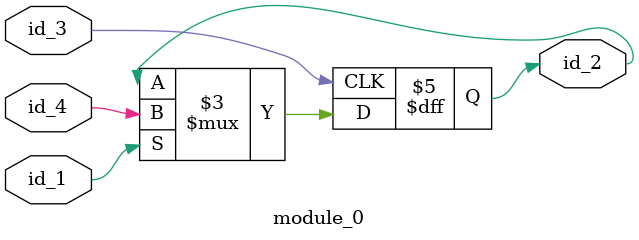
<source format=v>
module module_0 (
    id_1,
    id_2,
    id_3,
    id_4
);
  input id_4;
  input id_3;
  output id_2;
  input id_1;
  always @(posedge id_3)
    if (id_1) begin
      id_2 <= id_4;
    end
  id_5 id_6 (
      .id_7(id_7),
      .id_7(1),
      .id_8(id_7),
      .id_8(1'b0),
      .id_8(id_7),
      .id_7(id_9)
  );
endmodule

</source>
